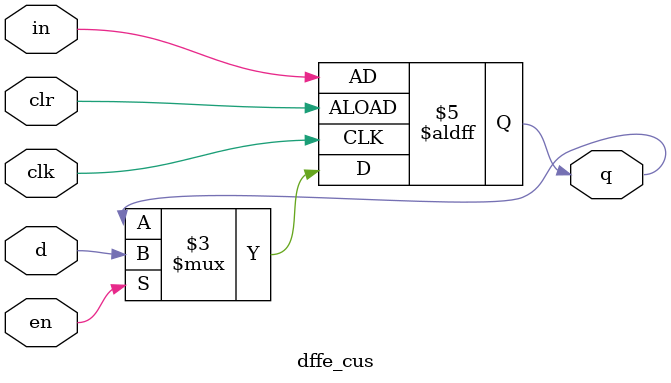
<source format=v>
module dffe_cus (q, d, clk, en, clr, in);
   
   //Inputs
   input d, clk, en, clr, in;
   
   //Internal wire
   wire clr;

   //Output
   output q;
   
   //Register
   reg q;

   //Intialize q to 0
   initial
   begin
       q = 1'b0;
   end

   //Set value of q on positive edge of the clock or clear
   always @(posedge clk or posedge clr) begin
       //If clear is high, set q to 0
       if (clr) begin
           q <= in;
       //If enable is high, set q to the value of d
       end else if (en) begin
           q <= d;
       end
   end
endmodule
</source>
